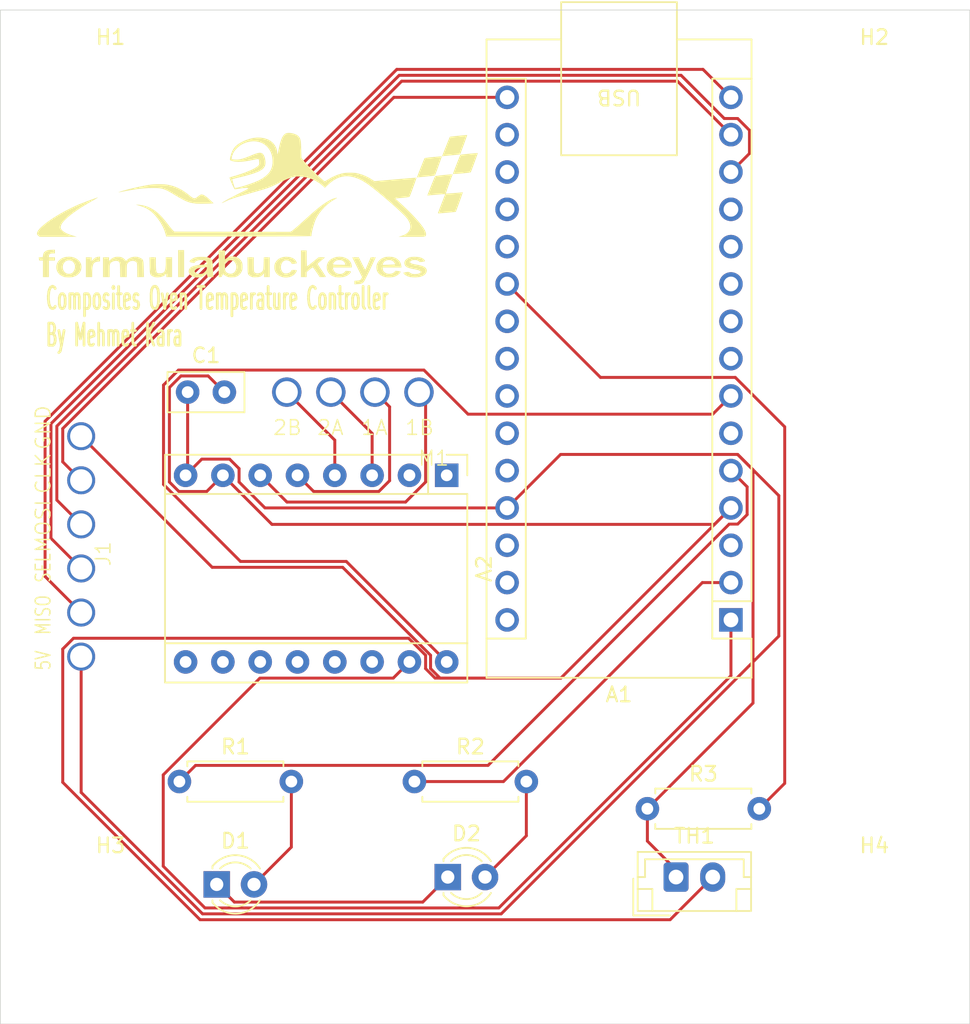
<source format=kicad_pcb>
(kicad_pcb (version 20241229) (generator "pcbnew") (generator_version "9.0")
  (layers (0 "F.Cu" signal) (2 "B.Cu" signal) (13 "F.Paste" user) (15 "B.Paste" user) (5 "F.SilkS" user "F.Silkscreen") (7 "B.SilkS" user "B.Silkscreen") (1 "F.Mask" user) (3 "B.Mask" user) (25 "Edge.Cuts" user))
  (net 0 "")
  (net 2 "Net-(A1-D5)")
  (net 5 "Net-(D1-K)")
  (net 6 "+5V")
  (net 7 "Net-(A1-D4)")
  (net 10 "Net-(A1-D12)")
  (net 14 "Net-(A1-A0)")
  (net 17 "Net-(A1-D10)")
  (net 26 "Net-(A1-D13)")
  (net 27 "Net-(A1-D11)")
  (net 30 "Net-(A1-A2)")
  (net 37 "Net-(A2-1B)")
  (net 38 "Net-(A2-1A)")
  (net 40 "Net-(A2-2A)")
  (net 41 "Net-(A2-2B)")
  (net 43 "Net-(D1-A)")
  (net 44 "Net-(D2-A)")
  (footprint "Module:Arduino_Nano" (layer "F.Cu") (at 72.24 80.5 180)
    (property "Reference" "A1" (at 7.62 -5.08 0) (layer "F.SilkS"))
    (property "Value" "Arduino_Nano_v3.x")
    (fp_text user "USB" (at 7.62 35.56 180) (layer "F.SilkS"))
    (pad "1" thru_hole rect (at 0 0 180) (size 1.6 1.6) (drill 1) (layers "*.Cu" "*.Mask"))
    (pad "2" thru_hole oval (at 0 2.54 180) (size 1.6 1.6) (drill 1) (layers "*.Cu" "*.Mask"))
    (pad "3" thru_hole oval (at 0 5.08 180) (size 1.6 1.6) (drill 1) (layers "*.Cu" "*.Mask"))
    (pad "4" thru_hole oval (at 0 7.62 180) (size 1.6 1.6) (drill 1) (layers "*.Cu" "*.Mask") (net 5 "Net-(D1-K)"))
    (pad "5" thru_hole oval (at 0 10.16 180) (size 1.6 1.6) (drill 1) (layers "*.Cu" "*.Mask"))
    (pad "6" thru_hole oval (at 0 12.7 180) (size 1.6 1.6) (drill 1) (layers "*.Cu" "*.Mask"))
    (pad "7" thru_hole oval (at 0 15.24 180) (size 1.6 1.6) (drill 1) (layers "*.Cu" "*.Mask") (net 7 "Net-(A1-D4)"))
    (pad "8" thru_hole oval (at 0 17.78 180) (size 1.6 1.6) (drill 1) (layers "*.Cu" "*.Mask") (net 2 "Net-(A1-D5)"))
    (pad "9" thru_hole oval (at 0 20.32 180) (size 1.6 1.6) (drill 1) (layers "*.Cu" "*.Mask"))
    (pad "10" thru_hole oval (at 0 22.86 180) (size 1.6 1.6) (drill 1) (layers "*.Cu" "*.Mask"))
    (pad "11" thru_hole oval (at 0 25.4 180) (size 1.6 1.6) (drill 1) (layers "*.Cu" "*.Mask"))
    (pad "12" thru_hole oval (at 0 27.94 180) (size 1.6 1.6) (drill 1) (layers "*.Cu" "*.Mask"))
    (pad "13" thru_hole oval (at 0 30.48 180) (size 1.6 1.6) (drill 1) (layers "*.Cu" "*.Mask") (net 17 "Net-(A1-D10)"))
    (pad "14" thru_hole oval (at 0 33.02 180) (size 1.6 1.6) (drill 1) (layers "*.Cu" "*.Mask") (net 27 "Net-(A1-D11)"))
    (pad "15" thru_hole oval (at 0 35.56 180) (size 1.6 1.6) (drill 1) (layers "*.Cu" "*.Mask") (net 10 "Net-(A1-D12)"))
    (pad "16" thru_hole oval (at 15.24 35.56 180) (size 1.6 1.6) (drill 1) (layers "*.Cu" "*.Mask") (net 26 "Net-(A1-D13)"))
    (pad "17" thru_hole oval (at 15.24 33.02 180) (size 1.6 1.6) (drill 1) (layers "*.Cu" "*.Mask"))
    (pad "18" thru_hole oval (at 15.24 30.48 180) (size 1.6 1.6) (drill 1) (layers "*.Cu" "*.Mask"))
    (pad "19" thru_hole oval (at 15.24 27.94 180) (size 1.6 1.6) (drill 1) (layers "*.Cu" "*.Mask") (net 14 "Net-(A1-A0)"))
    (pad "20" thru_hole oval (at 15.24 25.4 180) (size 1.6 1.6) (drill 1) (layers "*.Cu" "*.Mask"))
    (pad "21" thru_hole oval (at 15.24 22.86 180) (size 1.6 1.6) (drill 1) (layers "*.Cu" "*.Mask") (net 30 "Net-(A1-A2)"))
    (pad "22" thru_hole oval (at 15.24 20.32 180) (size 1.6 1.6) (drill 1) (layers "*.Cu" "*.Mask"))
    (pad "23" thru_hole oval (at 15.24 17.78 180) (size 1.6 1.6) (drill 1) (layers "*.Cu" "*.Mask"))
    (pad "24" thru_hole oval (at 15.24 15.24 180) (size 1.6 1.6) (drill 1) (layers "*.Cu" "*.Mask"))
    (pad "25" thru_hole oval (at 15.24 12.7 180) (size 1.6 1.6) (drill 1) (layers "*.Cu" "*.Mask"))
    (pad "26" thru_hole oval (at 15.24 10.16 180) (size 1.6 1.6) (drill 1) (layers "*.Cu" "*.Mask"))
    (pad "27" thru_hole oval (at 15.24 7.62 180) (size 1.6 1.6) (drill 1) (layers "*.Cu" "*.Mask") (net 6 "+5V"))
    (pad "28" thru_hole oval (at 15.24 5.08 180) (size 1.6 1.6) (drill 1) (layers "*.Cu" "*.Mask"))
    (pad "29" thru_hole oval (at 15.24 2.54 180) (size 1.6 1.6) (drill 1) (layers "*.Cu" "*.Mask"))
    (pad "30" thru_hole oval (at 15.24 0 180) (size 1.6 1.6) (drill 1) (layers "*.Cu" "*.Mask"))
  )
  (footprint "a4988_connector:motorconnector" (layer "F.Cu") (at 52 70)
    (property "Reference" "M1" (at 0 -0.5 0) (layer "F.SilkS") (effects (font (thickness 0.1))))
    (property "Value" "Stepper_Motor_bipolar")
    (fp_text user "2A" (at -8 -2 0) (layer "F.SilkS") (effects (font (thickness 0.1)) (justify left bottom)))
    (fp_text user "1A" (at -5 -2 0) (layer "F.SilkS") (effects (font (thickness 0.1)) (justify left bottom)))
    (fp_text user "2B" (at -11 -2 0) (layer "F.SilkS") (effects (font (thickness 0.1)) (justify left bottom)))
    (fp_text user "1B" (at -2 -2 0) (layer "F.SilkS") (effects (font (thickness 0.1)) (justify left bottom)))
    (pad "1" thru_hole circle (at -10 -5) (size 2 2) (drill 1.5) (layers "*.Cu" "*.Mask") (net 38 "Net-(A2-1A)"))
    (pad "2" thru_hole circle (at -7 -5) (size 2 2) (drill 1.5) (layers "*.Cu" "*.Mask") (net 37 "Net-(A2-1B)"))
    (pad "3" thru_hole circle (at -4 -5) (size 2 2) (drill 1.5) (layers "*.Cu" "*.Mask") (net 40 "Net-(A2-2A)"))
    (pad "4" thru_hole circle (at -1 -5) (size 2 2) (drill 1.5) (layers "*.Cu" "*.Mask" "F.Adhes") (net 41 "Net-(A2-2B)"))
  )
  (footprint "revthroughbore:revpinout" (layer "F.Cu") (at 30 76 90)
    (property "Reference" "J1" (at 0 -0.5 90) (layer "F.SilkS") (effects (font (thickness 0.1))))
    (property "Value" "Conn_01x06_MountingPin")
    (fp_text user "5V" (at -8 -4 90) (layer "F.SilkS") (effects (font (size 1 0.75) (thickness 0.1)) (justify left bottom)))
    (fp_text user "CLK" (at 4 -4 90) (layer "F.SilkS") (effects (font (thickness 0.1)) (justify left bottom)))
    (fp_text user "GND" (at 7 -4 90) (layer "F.SilkS") (effects (font (thickness 0.1)) (justify left bottom)))
    (fp_text user "MOSI" (at 0 -4 90) (layer "F.SilkS") (effects (font (thickness 0.1)) (justify left bottom)))
    (fp_text user "MISO" (at -5.588 -4 90) (layer "F.SilkS") (effects (font (size 1 0.75) (thickness 0.1)) (justify left bottom)))
    (fp_text user "SEL" (at -2.032 -4 90) (layer "F.SilkS") (effects (font (size 1 0.75) (thickness 0.1)) (justify left bottom)))
    (pad "1" thru_hole circle (at -7 -2 90) (size 1.905 1.905) (drill 1.5) (layers "*.Cu" "*.Mask") (net 6 "+5V"))
    (pad "2" thru_hole circle (at -4 -2 90) (size 1.905 1.905) (drill 1.5) (layers "*.Cu" "*.Mask") (net 10 "Net-(A1-D12)"))
    (pad "3" thru_hole circle (at -1 -2 90) (size 1.905 1.905) (drill 1.5) (layers "*.Cu" "*.Mask") (net 17 "Net-(A1-D10)"))
    (pad "4" thru_hole circle (at 2 -2 90) (size 1.905 1.905) (drill 1.5) (layers "*.Cu" "*.Mask") (net 27 "Net-(A1-D11)"))
    (pad "5" thru_hole circle (at 5 -2 90) (size 1.905 1.905) (drill 1.5) (layers "*.Cu" "*.Mask") (net 26 "Net-(A1-D13)"))
    (pad "6" thru_hole circle (at 8 -2 90) (size 1.905 1.905) (drill 1.5) (layers "*.Cu" "*.Mask") (net 5 "Net-(D1-K)"))
  )
  (footprint "Resistor_THT:R_Axial_DIN0207_L6.3mm_D2.5mm_P7.62mm_Horizontal" (layer "F.Cu") (at 50.69 91.5)
    (property "Reference" "R2" (at 3.81 -2.37 0) (layer "F.SilkS"))
    (property "Value" "220")
    (pad "1" thru_hole circle (at 0 0) (size 1.6 1.6) (drill 0.8) (layers "*.Cu" "*.Mask") (net 14 "Net-(A1-A0)"))
    (pad "2" thru_hole circle (at 7.62 0) (size 1.6 1.6) (drill 0.8) (layers "*.Cu" "*.Mask") (net 44 "Net-(D2-A)"))
  )
  (footprint "MountingHole:MountingHole_3.2mm_M3" (layer "F.Cu") (at 82 100)
    (property "Reference" "H4" (at 0 -4.15 0) (layer "F.SilkS"))
    (property "Value" "MountingHole")
    (pad "" np_thru_hole circle (at 0 0) (size 3.2 3.2) (drill 3.2) (layers "*.Cu" "*.Mask"))
  )
  (footprint "Module:Pololu_Breakout-16_15.2x20.3mm" (layer "F.Cu") (at 52.89 70.66 -90)
    (property "Reference" "A2" (at 6.35 -2.54 90) (layer "F.SilkS"))
    (property "Value" "Pololu_Breakout_A4988")
    (pad "1" thru_hole rect (at 0 0 270) (size 1.6 1.6) (drill 0.8) (layers "*.Cu" "*.Mask"))
    (pad "2" thru_hole oval (at 0 2.54 270) (size 1.6 1.6) (drill 0.8) (layers "*.Cu" "*.Mask"))
    (pad "3" thru_hole oval (at 0 5.08 270) (size 1.6 1.6) (drill 0.8) (layers "*.Cu" "*.Mask") (net 37 "Net-(A2-1B)"))
    (pad "4" thru_hole oval (at 0 7.62 270) (size 1.6 1.6) (drill 0.8) (layers "*.Cu" "*.Mask") (net 38 "Net-(A2-1A)"))
    (pad "5" thru_hole oval (at 0 10.16 270) (size 1.6 1.6) (drill 0.8) (layers "*.Cu" "*.Mask") (net 40 "Net-(A2-2A)"))
    (pad "6" thru_hole oval (at 0 12.7 270) (size 1.6 1.6) (drill 0.8) (layers "*.Cu" "*.Mask") (net 41 "Net-(A2-2B)"))
    (pad "7" thru_hole oval (at 0 15.24 270) (size 1.6 1.6) (drill 0.8) (layers "*.Cu" "*.Mask") (net 5 "Net-(D1-K)"))
    (pad "8" thru_hole oval (at 0 17.78 270) (size 1.6 1.6) (drill 0.8) (layers "*.Cu" "*.Mask") (net 6 "+5V"))
    (pad "9" thru_hole oval (at 12.7 17.78 270) (size 1.6 1.6) (drill 0.8) (layers "*.Cu" "*.Mask"))
    (pad "10" thru_hole oval (at 12.7 15.24 270) (size 1.6 1.6) (drill 0.8) (layers "*.Cu" "*.Mask"))
    (pad "11" thru_hole oval (at 12.7 12.7 270) (size 1.6 1.6) (drill 0.8) (layers "*.Cu" "*.Mask"))
    (pad "12" thru_hole oval (at 12.7 10.16 270) (size 1.6 1.6) (drill 0.8) (layers "*.Cu" "*.Mask"))
    (pad "13" thru_hole oval (at 12.7 7.62 270) (size 1.6 1.6) (drill 0.8) (layers "*.Cu" "*.Mask"))
    (pad "14" thru_hole oval (at 12.7 5.08 270) (size 1.6 1.6) (drill 0.8) (layers "*.Cu" "*.Mask"))
    (pad "15" thru_hole oval (at 12.7 2.54 270) (size 1.6 1.6) (drill 0.8) (layers "*.Cu" "*.Mask") (net 7 "Net-(A1-D4)"))
    (pad "16" thru_hole oval (at 12.7 0 270) (size 1.6 1.6) (drill 0.8) (layers "*.Cu" "*.Mask") (net 2 "Net-(A1-D5)"))
  )
  (footprint "Logo:formulabuckeyes_30mm" (layer "F.Cu") (at 40 52.5)
    (property "Reference" "G***" (hide yes))
    (property "Value" "LOGO" (hide yes))
  )
  (footprint "Resistor_THT:R_Axial_DIN0207_L6.3mm_D2.5mm_P7.62mm_Horizontal" (layer "F.Cu") (at 66.55 93.35)
    (property "Reference" "R3" (at 3.81 -2.37 0) (layer "F.SilkS"))
    (property "Value" "100000")
    (pad "1" thru_hole circle (at 0 0) (size 1.6 1.6) (drill 0.8) (layers "*.Cu" "*.Mask") (net 6 "+5V"))
    (pad "2" thru_hole circle (at 7.62 0) (size 1.6 1.6) (drill 0.8) (layers "*.Cu" "*.Mask") (net 30 "Net-(A1-A2)"))
  )
  (footprint "Connector_JST:JST_EH_B2B-EH-A_1x02_P2.50mm_Vertical" (layer "F.Cu") (at 68.5 98)
    (property "Reference" "TH1" (at 1.25 -2.8 0) (layer "F.SilkS"))
    (property "Value" "Thermistor_NTC")
    (pad "1" thru_hole roundrect (at 0 0) (size 1.7 2) (drill 1) (layers "*.Cu" "*.Mask") (roundrect_rratio 0.147059) (net 6 "+5V"))
    (pad "2" thru_hole oval (at 2.5 0) (size 1.7 2) (drill 1) (layers "*.Cu" "*.Mask") (net 5 "Net-(D1-K)"))
  )
  (footprint "MountingHole:MountingHole_3.2mm_M3" (layer "F.Cu") (at 82 45)
    (property "Reference" "H2" (at 0 -4.15 0) (layer "F.SilkS"))
    (property "Value" "MountingHole")
    (pad "" np_thru_hole circle (at 0 0) (size 3.2 3.2) (drill 3.2) (layers "*.Cu" "*.Mask"))
  )
  (footprint "MountingHole:MountingHole_3.2mm_M3" (layer "F.Cu") (at 30 45)
    (property "Reference" "H1" (at 0 -4.15 0) (layer "F.SilkS"))
    (property "Value" "MountingHole")
    (pad "" np_thru_hole circle (at 0 0) (size 3.2 3.2) (drill 3.2) (layers "*.Cu" "*.Mask"))
  )
  (footprint "MountingHole:MountingHole_3.2mm_M3" (layer "F.Cu") (at 30 100)
    (property "Reference" "H3" (at 0 -4.15 0) (layer "F.SilkS"))
    (property "Value" "MountingHole")
    (pad "" np_thru_hole circle (at 0 0) (size 3.2 3.2) (drill 3.2) (layers "*.Cu" "*.Mask"))
  )
  (footprint "LED_THT:LED_D3.0mm" (layer "F.Cu") (at 52.96 98)
    (property "Reference" "D2" (at 1.27 -2.96 0) (layer "F.SilkS"))
    (property "Value" "LED")
    (pad "1" thru_hole rect (at 0 0) (size 1.8 1.8) (drill 0.9) (layers "*.Cu" "*.Mask") (net 5 "Net-(D1-K)"))
    (pad "2" thru_hole circle (at 2.54 0) (size 1.8 1.8) (drill 0.9) (layers "*.Cu" "*.Mask") (net 44 "Net-(D2-A)"))
  )
  (footprint "LED_THT:LED_D3.0mm" (layer "F.Cu") (at 37.23 98.5)
    (property "Reference" "D1" (at 1.27 -2.96 0) (layer "F.SilkS"))
    (property "Value" "LED")
    (pad "1" thru_hole rect (at 0 0) (size 1.8 1.8) (drill 0.9) (layers "*.Cu" "*.Mask") (net 5 "Net-(D1-K)"))
    (pad "2" thru_hole circle (at 2.54 0) (size 1.8 1.8) (drill 0.9) (layers "*.Cu" "*.Mask") (net 43 "Net-(D1-A)"))
  )
  (footprint "Capacitor_THT:C_Disc_D5.0mm_W2.5mm_P2.50mm" (layer "F.Cu") (at 35.25 65)
    (property "Reference" "C1" (at 1.25 -2.5 0) (layer "F.SilkS"))
    (property "Value" "0.0001")
    (pad "1" thru_hole circle (at 0 0) (size 1.6 1.6) (drill 0.8) (layers "*.Cu" "*.Mask") (net 6 "+5V"))
    (pad "2" thru_hole circle (at 2.5 0) (size 1.6 1.6) (drill 0.8) (layers "*.Cu" "*.Mask") (net 5 "Net-(D1-K)"))
  )
  (footprint "Resistor_THT:R_Axial_DIN0207_L6.3mm_D2.5mm_P7.62mm_Horizontal" (layer "F.Cu") (at 34.69 91.5)
    (property "Reference" "R1" (at 3.81 -2.37 0) (layer "F.SilkS"))
    (property "Value" "220")
    (pad "1" thru_hole circle (at 0 0) (size 1.6 1.6) (drill 0.8) (layers "*.Cu" "*.Mask") (net 14 "Net-(A1-A0)"))
    (pad "2" thru_hole circle (at 7.62 0) (size 1.6 1.6) (drill 0.8) (layers "*.Cu" "*.Mask") (net 43 "Net-(D1-A)"))
  )
  (gr_rect (start 22.5 39) (end 88.5 108) (stroke (width 0.05)) (fill no) (layer "Edge.Cuts"))
  (gr_text "By Mehmet Kara" (at 25.5 62 0) (layer "F.SilkS") (effects (font (size 1.5 0.75) (thickness 0.1875) (bold yes)) (justify left bottom)))
  (gr_text "Composites Oven Temperature Controller" (at 25.5 59.5 0) (layer "F.SilkS") (effects (font (size 1.5 0.75) (thickness 0.1875) (bold yes)) (justify left bottom)))
  (segment (start 73.341 73.33605) (end 73.341 71.441) (width 0.2) (layer "F.Cu") (net 0))
  (segment (start 56.75295 91.5) (end 70.29295 77.96) (width 0.2) (layer "F.Cu") (net 0))
  (segment (start 72.69605 73.981) (end 73.341 73.33605) (width 0.2) (layer "F.Cu") (net 0))
  (segment (start 55.70395 90.399) (end 72.12195 73.981) (width 0.2) (layer "F.Cu") (net 0))
  (segment (start 35.791 90.399) (end 55.70395 90.399) (width 0.2) (layer "F.Cu") (net 0))
  (segment (start 72.12195 73.981) (end 72.69605 73.981) (width 0.2) (layer "F.Cu") (net 0))
  (segment (start 34.69 91.5) (end 35.791 90.399) (width 0.2) (layer "F.Cu") (net 0))
  (segment (start 50.69 91.5) (end 56.75295 91.5) (width 0.2) (layer "F.Cu") (net 0))
  (segment (start 73.341 71.441) (end 72.24 70.34) (width 0.2) (layer "F.Cu") (net 0))
  (segment (start 70.29295 77.96) (end 72.24 77.96) (width 0.2) (layer "F.Cu") (net 0))
  (segment (start 52.43395 84.461) (end 60.659 84.461) (width 0.2) (layer "F.Cu") (net 5))
  (segment (start 51.259 99.701) (end 52.96 98) (width 0.2) (layer "F.Cu") (net 5))
  (segment (start 38.431 99.701) (end 51.259 99.701) (width 0.2) (layer "F.Cu") (net 5))
  (segment (start 34.79395 63.899) (end 34.009 64.68395) (width 0.2) (layer "F.Cu") (net 5))
  (segment (start 51.451 83.81605) (end 52.09595 84.461) (width 0.2) (layer "F.Cu") (net 5))
  (segment (start 60.659 84.461) (end 72.24 72.88) (width 0.2) (layer "F.Cu") (net 5))
  (segment (start 28 68) (end 36.922 76.922) (width 0.2) (layer "F.Cu") (net 5))
  (segment (start 51.789 82.90395) (end 51.789 83.81605) (width 0.2) (layer "F.Cu") (net 5))
  (segment (start 36.549 71.761) (end 37.65 70.66) (width 0.2) (layer "F.Cu") (net 5))
  (segment (start 37.65 70.66) (end 40.99 74) (width 0.2) (layer "F.Cu") (net 5))
  (segment (start 27.480783 81.7465) (end 50.29355 81.7465) (width 0.2) (layer "F.Cu") (net 5))
  (segment (start 26.7465 82.480783) (end 27.480783 81.7465) (width 0.2) (layer "F.Cu") (net 5))
  (segment (start 52.09595 84.461) (end 60.659 84.461) (width 0.2) (layer "F.Cu") (net 5))
  (segment (start 37.75 65) (end 36.649 63.899) (width 0.2) (layer "F.Cu") (net 5))
  (segment (start 36.0978 100.904) (end 26.7465 91.5527) (width 0.2) (layer "F.Cu") (net 5))
  (segment (start 68.096 100.904) (end 36.0978 100.904) (width 0.2) (layer "F.Cu") (net 5))
  (segment (start 45.80705 76.922) (end 51.789 82.90395) (width 0.2) (layer "F.Cu") (net 5))
  (segment (start 34.009 64.68395) (end 34.009 71.11605) (width 0.2) (layer "F.Cu") (net 5))
  (segment (start 71.12 74) (end 72.24 72.88) (width 0.2) (layer "F.Cu") (net 5))
  (segment (start 51.451 82.90395) (end 51.451 83.81605) (width 0.2) (layer "F.Cu") (net 5))
  (segment (start 50.29355 81.7465) (end 51.451 82.90395) (width 0.2) (layer "F.Cu") (net 5))
  (segment (start 37.23 98.5) (end 38.431 99.701) (width 0.2) (layer "F.Cu") (net 5))
  (segment (start 51.789 83.81605) (end 52.43395 84.461) (width 0.2) (layer "F.Cu") (net 5))
  (segment (start 36.922 76.922) (end 45.80705 76.922) (width 0.2) (layer "F.Cu") (net 5))
  (segment (start 34.65395 71.761) (end 36.549 71.761) (width 0.2) (layer "F.Cu") (net 5))
  (segment (start 71 98) (end 68.096 100.904) (width 0.2) (layer "F.Cu") (net 5))
  (segment (start 36.649 63.899) (end 34.79395 63.899) (width 0.2) (layer "F.Cu") (net 5))
  (segment (start 40.99 74) (end 71.12 74) (width 0.2) (layer "F.Cu") (net 5))
  (segment (start 34.009 71.11605) (end 34.65395 71.761) (width 0.2) (layer "F.Cu") (net 5))
  (segment (start 26.7465 91.5527) (end 26.7465 82.480783) (width 0.2) (layer "F.Cu") (net 5))
  (segment (start 38.751 71.11605) (end 40.51495 72.88) (width 0.2) (layer "F.Cu") (net 6))
  (segment (start 68.5 98) (end 68.5 97.5) (width 0.2) (layer "F.Cu") (net 6))
  (segment (start 38.751 70.20395) (end 38.751 71.11605) (width 0.2) (layer "F.Cu") (net 6))
  (segment (start 28 83) (end 28 92.2391) (width 0.2) (layer "F.Cu") (net 6))
  (segment (start 75.5 72.04295) (end 72.69605 69.239) (width 0.2) (layer "F.Cu") (net 6))
  (segment (start 68.5 97.5) (end 66.55 95.55) (width 0.2) (layer "F.Cu") (net 6))
  (segment (start 38.10605 69.559) (end 38.751 70.20395) (width 0.2) (layer "F.Cu") (net 6))
  (segment (start 75.5 81.602671) (end 75.5 72.04295) (width 0.2) (layer "F.Cu") (net 6))
  (segment (start 36.2639 100.503) (end 56.599671 100.503) (width 0.2) (layer "F.Cu") (net 6))
  (segment (start 28 92.2391) (end 36.2639 100.503) (width 0.2) (layer "F.Cu") (net 6))
  (segment (start 72.69605 69.239) (end 60.641 69.239) (width 0.2) (layer "F.Cu") (net 6))
  (segment (start 35.11 70.66) (end 36.211 69.559) (width 0.2) (layer "F.Cu") (net 6))
  (segment (start 60.641 69.239) (end 57 72.88) (width 0.2) (layer "F.Cu") (net 6))
  (segment (start 36.211 69.559) (end 38.10605 69.559) (width 0.2) (layer "F.Cu") (net 6))
  (segment (start 40.51495 72.88) (end 57 72.88) (width 0.2) (layer "F.Cu") (net 6))
  (segment (start 73.742 70.28495) (end 72.69605 69.239) (width 0.2) (layer "F.Cu") (net 6))
  (segment (start 35.25 70.52) (end 35.11 70.66) (width 0.2) (layer "F.Cu") (net 6))
  (segment (start 56.599671 100.503) (end 75.5 81.602671) (width 0.2) (layer "F.Cu") (net 6))
  (segment (start 66.55 95.55) (end 66.55 93.35) (width 0.2) (layer "F.Cu") (net 6))
  (segment (start 35.25 65) (end 35.25 70.52) (width 0.2) (layer "F.Cu") (net 6))
  (segment (start 66.55 93.35) (end 73.742 86.158) (width 0.2) (layer "F.Cu") (net 6))
  (segment (start 73.742 86.158) (end 73.742 70.28495) (width 0.2) (layer "F.Cu") (net 6))
  (segment (start 33.608 64.51785) (end 33.608 71.28215) (width 0.2) (layer "F.Cu") (net 7))
  (segment (start 38.84685 76.521) (end 46.051 76.521) (width 0.2) (layer "F.Cu") (net 7))
  (segment (start 36.43 100.102) (end 33.589 97.261) (width 0.2) (layer "F.Cu") (net 7))
  (segment (start 40.17195 84.461) (end 49.249 84.461) (width 0.2) (layer "F.Cu") (net 7))
  (segment (start 71 66.5) (end 54.339892 66.5) (width 0.2) (layer "F.Cu") (net 7))
  (segment (start 33.589 97.261) (end 33.589 91.04395) (width 0.2) (layer "F.Cu") (net 7))
  (segment (start 72.24 80.5) (end 72.24 84.295571) (width 0.2) (layer "F.Cu") (net 7))
  (segment (start 72.24 65.26) (end 71 66.5) (width 0.2) (layer "F.Cu") (net 7))
  (segment (start 33.589 91.04395) (end 40.17195 84.461) (width 0.2) (layer "F.Cu") (net 7))
  (segment (start 34.62785 63.498) (end 33.608 64.51785) (width 0.2) (layer "F.Cu") (net 7))
  (segment (start 72.24 84.295571) (end 56.433571 100.102) (width 0.2) (layer "F.Cu") (net 7))
  (segment (start 49.249 84.461) (end 50.35 83.36) (width 0.2) (layer "F.Cu") (net 7))
  (segment (start 46.051 76.521) (end 52.89 83.36) (width 0.2) (layer "F.Cu") (net 7))
  (segment (start 51.337892 63.498) (end 34.62785 63.498) (width 0.2) (layer "F.Cu") (net 7))
  (segment (start 54.339892 66.5) (end 51.337892 63.498) (width 0.2) (layer "F.Cu") (net 7))
  (segment (start 56.433571 100.102) (end 36.43 100.102) (width 0.2) (layer "F.Cu") (net 7))
  (segment (start 33.608 71.28215) (end 38.84685 76.521) (width 0.2) (layer "F.Cu") (net 7))
  (segment (start 28 80) (end 25.5435 77.5435) (width 0.2) (layer "F.Cu") (net 10))
  (segment (start 25.5435 77.5435) (end 25.5435 66.982483) (width 0.2) (layer "F.Cu") (net 10))
  (segment (start 70.337 43.037) (end 72.24 44.94) (width 0.2) (layer "F.Cu") (net 10))
  (segment (start 49.488983 43.037) (end 70.337 43.037) (width 0.2) (layer "F.Cu") (net 10))
  (segment (start 25.5435 66.982483) (end 49.488983 43.037) (width 0.2) (layer "F.Cu") (net 10))
  (segment (start 49.655083 43.438) (end 68.84295 43.438) (width 0.2) (layer "F.Cu") (net 17))
  (segment (start 25.9445 74.9445) (end 25.9445 67.148583) (width 0.2) (layer "F.Cu") (net 17))
  (segment (start 73.5 48.76) (end 72.24 50.02) (width 0.2) (layer "F.Cu") (net 17))
  (segment (start 71.78395 46.379) (end 72.69605 46.379) (width 0.2) (layer "F.Cu") (net 17))
  (segment (start 72.69605 46.379) (end 73.5 47.18295) (width 0.2) (layer "F.Cu") (net 17))
  (segment (start 73.5 47.18295) (end 73.5 48.76) (width 0.2) (layer "F.Cu") (net 17))
  (segment (start 25.9445 67.148583) (end 49.655083 43.438) (width 0.2) (layer "F.Cu") (net 17))
  (segment (start 68.84295 43.438) (end 71.78395 46.379) (width 0.2) (layer "F.Cu") (net 17))
  (segment (start 28 77) (end 25.9445 74.9445) (width 0.2) (layer "F.Cu") (net 17))
  (segment (start 26.7465 69.7465) (end 26.7465 67.480783) (width 0.2) (layer "F.Cu") (net 26))
  (segment (start 26.7465 67.480783) (end 49.287283 44.94) (width 0.2) (layer "F.Cu") (net 26))
  (segment (start 49.287283 44.94) (end 57 44.94) (width 0.2) (layer "F.Cu") (net 26))
  (segment (start 28 71) (end 26.7465 69.7465) (width 0.2) (layer "F.Cu") (net 26))
  (segment (start 28 74) (end 26.3455 72.3455) (width 0.2) (layer "F.Cu") (net 27))
  (segment (start 26.3455 72.3455) (end 26.3455 67.314683) (width 0.2) (layer "F.Cu") (net 27))
  (segment (start 49.821183 43.839) (end 68.599 43.839) (width 0.2) (layer "F.Cu") (net 27))
  (segment (start 26.3455 67.314683) (end 49.821183 43.839) (width 0.2) (layer "F.Cu") (net 27))
  (segment (start 68.599 43.839) (end 72.24 47.48) (width 0.2) (layer "F.Cu") (net 27))
  (segment (start 75.901 91.619) (end 75.901 67.36395) (width 0.2) (layer "F.Cu") (net 30))
  (segment (start 75.901 67.36395) (end 72.53705 64) (width 0.2) (layer "F.Cu") (net 30))
  (segment (start 72.53705 64) (end 63.36 64) (width 0.2) (layer "F.Cu") (net 30))
  (segment (start 63.36 64) (end 57 57.64) (width 0.2) (layer "F.Cu") (net 30))
  (segment (start 74.17 93.35) (end 75.901 91.619) (width 0.2) (layer "F.Cu") (net 30))
  (segment (start 47.81 67.81) (end 47.81 70.66) (width 0.2) (layer "F.Cu") (net 37))
  (segment (start 45 65) (end 47.81 67.81) (width 0.2) (layer "F.Cu") (net 37))
  (segment (start 42 65) (end 45.27 68.27) (width 0.2) (layer "F.Cu") (net 38))
  (segment (start 45.27 68.27) (end 45.27 70.66) (width 0.2) (layer "F.Cu") (net 38))
  (segment (start 43.831 71.761) (end 42.73 70.66) (width 0.2) (layer "F.Cu") (net 40))
  (segment (start 48.26605 71.761) (end 43.831 71.761) (width 0.2) (layer "F.Cu") (net 40))
  (segment (start 49 66) (end 49 71.02705) (width 0.2) (layer "F.Cu") (net 40))
  (segment (start 49 71.02705) (end 48.26605 71.761) (width 0.2) (layer "F.Cu") (net 40))
  (segment (start 48 65) (end 49 66) (width 0.2) (layer "F.Cu") (net 40))
  (segment (start 51.451 71.11605) (end 50.08805 72.479) (width 0.2) (layer "F.Cu") (net 41))
  (segment (start 42.009 72.479) (end 40.19 70.66) (width 0.2) (layer "F.Cu") (net 41))
  (segment (start 50.08805 72.479) (end 42.009 72.479) (width 0.2) (layer "F.Cu") (net 41))
  (segment (start 51 65) (end 51.451 65.451) (width 0.2) (layer "F.Cu") (net 41))
  (segment (start 51.451 65.451) (end 51.451 71.11605) (width 0.2) (layer "F.Cu") (net 41))
  (segment (start 42.31 95.96) (end 42.31 91.5) (width 0.2) (layer "F.Cu") (net 43))
  (segment (start 39.77 98.5) (end 42.31 95.96) (width 0.2) (layer "F.Cu") (net 43))
  (segment (start 58.31 95.19) (end 58.31 91.5) (width 0.2) (layer "F.Cu") (net 44))
  (segment (start 55.5 98) (end 58.31 95.19) (width 0.2) (layer "F.Cu") (net 44))
)
</source>
